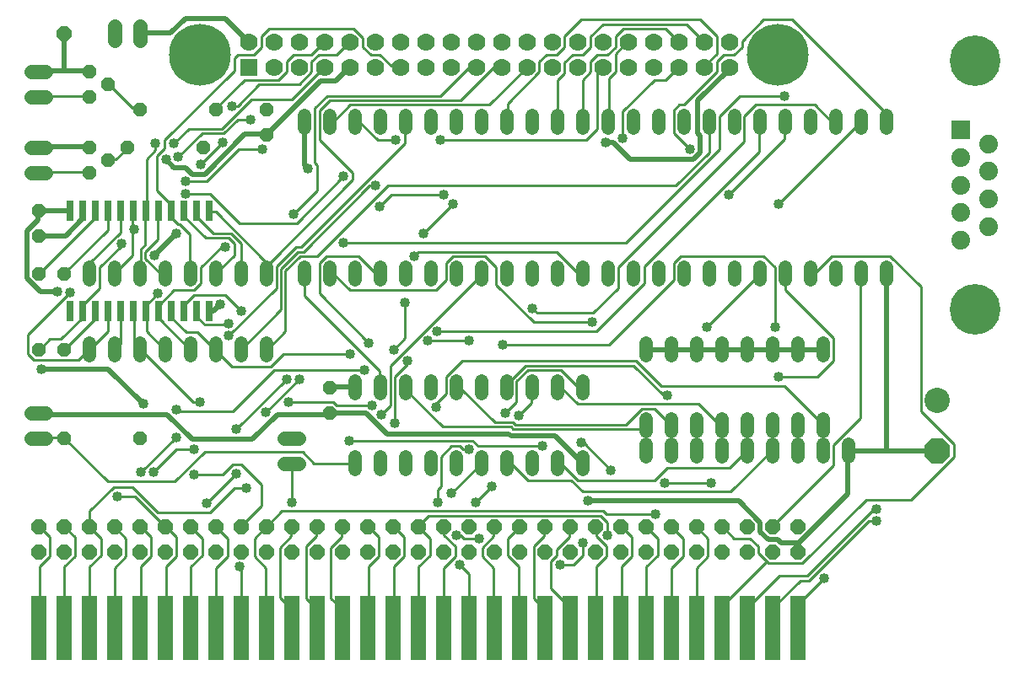
<source format=gtl>
G75*
%MOIN*%
%OFA0B0*%
%FSLAX24Y24*%
%IPPOS*%
%LPD*%
%AMOC8*
5,1,8,0,0,1.08239X$1,22.5*
%
%ADD10R,0.0600X0.2550*%
%ADD11OC8,0.0600*%
%ADD12R,0.0740X0.0740*%
%ADD13C,0.0740*%
%ADD14C,0.2000*%
%ADD15OC8,0.0520*%
%ADD16C,0.0520*%
%ADD17R,0.0700X0.0700*%
%ADD18C,0.0700*%
%ADD19C,0.2441*%
%ADD20R,0.0260X0.0800*%
%ADD21C,0.0560*%
%ADD22C,0.1000*%
%ADD23OC8,0.1000*%
%ADD24C,0.0100*%
%ADD25C,0.0400*%
%ADD26C,0.0200*%
D10*
X001680Y001900D03*
X002680Y001900D03*
X003680Y001900D03*
X004680Y001900D03*
X005680Y001900D03*
X006680Y001900D03*
X007680Y001900D03*
X008680Y001900D03*
X009680Y001900D03*
X010680Y001900D03*
X011680Y001900D03*
X012680Y001900D03*
X013680Y001900D03*
X014680Y001900D03*
X015680Y001900D03*
X016680Y001900D03*
X017680Y001900D03*
X018680Y001900D03*
X019680Y001900D03*
X020680Y001900D03*
X021680Y001900D03*
X022680Y001900D03*
X023680Y001900D03*
X024680Y001900D03*
X025680Y001900D03*
X026680Y001900D03*
X027680Y001900D03*
X028680Y001900D03*
X029680Y001900D03*
X030680Y001900D03*
X031680Y001900D03*
D11*
X031680Y004900D03*
X030680Y004900D03*
X029680Y004900D03*
X028680Y004900D03*
X027680Y004900D03*
X026680Y004900D03*
X025680Y004900D03*
X024680Y004900D03*
X023680Y004900D03*
X022680Y004900D03*
X021680Y004900D03*
X020680Y004900D03*
X019680Y004900D03*
X018680Y004900D03*
X017680Y004900D03*
X016680Y004900D03*
X015680Y004900D03*
X014680Y004900D03*
X013680Y004900D03*
X012680Y004900D03*
X011680Y004900D03*
X010680Y004900D03*
X009680Y004900D03*
X008680Y004900D03*
X007680Y004900D03*
X006680Y004900D03*
X005680Y004900D03*
X004680Y004900D03*
X003680Y004900D03*
X002680Y004900D03*
X001680Y004900D03*
X001680Y005900D03*
X002680Y005900D03*
X003680Y005900D03*
X004680Y005900D03*
X005680Y005900D03*
X006680Y005900D03*
X007680Y005900D03*
X008680Y005900D03*
X009680Y005900D03*
X010680Y005900D03*
X011680Y005900D03*
X012680Y005900D03*
X013680Y005900D03*
X014680Y005900D03*
X015680Y005900D03*
X016680Y005900D03*
X017680Y005900D03*
X018680Y005900D03*
X019680Y005900D03*
X020680Y005900D03*
X021680Y005900D03*
X022680Y005900D03*
X023680Y005900D03*
X024680Y005900D03*
X025680Y005900D03*
X026680Y005900D03*
X027680Y005900D03*
X028680Y005900D03*
X029680Y005900D03*
X030680Y005900D03*
X031680Y005900D03*
X002680Y025400D03*
D12*
X038121Y021581D03*
D13*
X039239Y021034D03*
X038121Y020491D03*
X039239Y019943D03*
X038121Y019400D03*
X039239Y018857D03*
X038121Y018309D03*
X039239Y017766D03*
X038121Y017219D03*
D14*
X038680Y014479D03*
X038680Y024321D03*
D15*
X013180Y011400D03*
X013180Y010400D03*
X005680Y009400D03*
X002680Y009400D03*
X002680Y012900D03*
X001680Y012900D03*
X001680Y015900D03*
X002680Y015900D03*
X001680Y017400D03*
X001680Y018400D03*
X003680Y019900D03*
X004430Y020400D03*
X003680Y020900D03*
X005180Y020900D03*
X005680Y022400D03*
X004430Y023400D03*
X003680Y023900D03*
X003680Y022900D03*
X008180Y020900D03*
X010680Y021400D03*
X010680Y022400D03*
X008680Y022400D03*
D16*
X012180Y022160D02*
X012180Y021640D01*
X013180Y021640D02*
X013180Y022160D01*
X014180Y022160D02*
X014180Y021640D01*
X015180Y021640D02*
X015180Y022160D01*
X016180Y022160D02*
X016180Y021640D01*
X017180Y021640D02*
X017180Y022160D01*
X018180Y022160D02*
X018180Y021640D01*
X019180Y021640D02*
X019180Y022160D01*
X020180Y022160D02*
X020180Y021640D01*
X021180Y021640D02*
X021180Y022160D01*
X022180Y022160D02*
X022180Y021640D01*
X023180Y021640D02*
X023180Y022160D01*
X024180Y022160D02*
X024180Y021640D01*
X025180Y021640D02*
X025180Y022160D01*
X026180Y022160D02*
X026180Y021640D01*
X027180Y021640D02*
X027180Y022160D01*
X028180Y022160D02*
X028180Y021640D01*
X029180Y021640D02*
X029180Y022160D01*
X030180Y022160D02*
X030180Y021640D01*
X031180Y021640D02*
X031180Y022160D01*
X032180Y022160D02*
X032180Y021640D01*
X033180Y021640D02*
X033180Y022160D01*
X034180Y022160D02*
X034180Y021640D01*
X035180Y021640D02*
X035180Y022160D01*
X035180Y016160D02*
X035180Y015640D01*
X034180Y015640D02*
X034180Y016160D01*
X033180Y016160D02*
X033180Y015640D01*
X032180Y015640D02*
X032180Y016160D01*
X031180Y016160D02*
X031180Y015640D01*
X030180Y015640D02*
X030180Y016160D01*
X029180Y016160D02*
X029180Y015640D01*
X028180Y015640D02*
X028180Y016160D01*
X027180Y016160D02*
X027180Y015640D01*
X026180Y015640D02*
X026180Y016160D01*
X025180Y016160D02*
X025180Y015640D01*
X024180Y015640D02*
X024180Y016160D01*
X023180Y016160D02*
X023180Y015640D01*
X022180Y015640D02*
X022180Y016160D01*
X021180Y016160D02*
X021180Y015640D01*
X020180Y015640D02*
X020180Y016160D01*
X019180Y016160D02*
X019180Y015640D01*
X018180Y015640D02*
X018180Y016160D01*
X017180Y016160D02*
X017180Y015640D01*
X016180Y015640D02*
X016180Y016160D01*
X015180Y016160D02*
X015180Y015640D01*
X014180Y015640D02*
X014180Y016160D01*
X013180Y016160D02*
X013180Y015640D01*
X012180Y015640D02*
X012180Y016160D01*
X010680Y016160D02*
X010680Y015640D01*
X009680Y015640D02*
X009680Y016160D01*
X008680Y016160D02*
X008680Y015640D01*
X007680Y015640D02*
X007680Y016160D01*
X006680Y016160D02*
X006680Y015640D01*
X005680Y015640D02*
X005680Y016160D01*
X004680Y016160D02*
X004680Y015640D01*
X003680Y015640D02*
X003680Y016160D01*
X003680Y013160D02*
X003680Y012640D01*
X004680Y012640D02*
X004680Y013160D01*
X005680Y013160D02*
X005680Y012640D01*
X006680Y012640D02*
X006680Y013160D01*
X007680Y013160D02*
X007680Y012640D01*
X008680Y012640D02*
X008680Y013160D01*
X009680Y013160D02*
X009680Y012640D01*
X010680Y012640D02*
X010680Y013160D01*
X014180Y011660D02*
X014180Y011140D01*
X015180Y011140D02*
X015180Y011660D01*
X016180Y011660D02*
X016180Y011140D01*
X017180Y011140D02*
X017180Y011660D01*
X018180Y011660D02*
X018180Y011140D01*
X019180Y011140D02*
X019180Y011660D01*
X020180Y011660D02*
X020180Y011140D01*
X021180Y011140D02*
X021180Y011660D01*
X022180Y011660D02*
X022180Y011140D01*
X023180Y011140D02*
X023180Y011660D01*
X025680Y012640D02*
X025680Y013160D01*
X026680Y013160D02*
X026680Y012640D01*
X027680Y012640D02*
X027680Y013160D01*
X028680Y013160D02*
X028680Y012640D01*
X029680Y012640D02*
X029680Y013160D01*
X030680Y013160D02*
X030680Y012640D01*
X031680Y012640D02*
X031680Y013160D01*
X032680Y013160D02*
X032680Y012640D01*
X032680Y010160D02*
X032680Y009640D01*
X032680Y009160D02*
X032680Y008640D01*
X031680Y008640D02*
X031680Y009160D01*
X031680Y009640D02*
X031680Y010160D01*
X030680Y010160D02*
X030680Y009640D01*
X030680Y009160D02*
X030680Y008640D01*
X029680Y008640D02*
X029680Y009160D01*
X029680Y009640D02*
X029680Y010160D01*
X028680Y010160D02*
X028680Y009640D01*
X028680Y009160D02*
X028680Y008640D01*
X027680Y008640D02*
X027680Y009160D01*
X027680Y009640D02*
X027680Y010160D01*
X026680Y010160D02*
X026680Y009640D01*
X026680Y009160D02*
X026680Y008640D01*
X025680Y008640D02*
X025680Y009160D01*
X025680Y009640D02*
X025680Y010160D01*
X023180Y008660D02*
X023180Y008140D01*
X022180Y008140D02*
X022180Y008660D01*
X021180Y008660D02*
X021180Y008140D01*
X020180Y008140D02*
X020180Y008660D01*
X019180Y008660D02*
X019180Y008140D01*
X018180Y008140D02*
X018180Y008660D01*
X017180Y008660D02*
X017180Y008140D01*
X016180Y008140D02*
X016180Y008660D01*
X015180Y008660D02*
X015180Y008140D01*
X014180Y008140D02*
X014180Y008660D01*
X033680Y008640D02*
X033680Y009160D01*
D17*
X009975Y024069D03*
D18*
X010975Y024069D03*
X011975Y024069D03*
X012975Y024069D03*
X013975Y024069D03*
X014975Y024069D03*
X015975Y024069D03*
X016975Y024069D03*
X017975Y024069D03*
X018975Y024069D03*
X019975Y024069D03*
X020975Y024069D03*
X021975Y024069D03*
X022975Y024069D03*
X023975Y024069D03*
X024975Y024069D03*
X025975Y024069D03*
X026975Y024069D03*
X027975Y024069D03*
X028975Y024069D03*
X028975Y025069D03*
X027975Y025069D03*
X026975Y025069D03*
X025975Y025069D03*
X024975Y025069D03*
X023975Y025069D03*
X022975Y025069D03*
X021975Y025069D03*
X020975Y025069D03*
X019975Y025069D03*
X018975Y025069D03*
X017975Y025069D03*
X016975Y025069D03*
X015975Y025069D03*
X014975Y025069D03*
X013975Y025069D03*
X012975Y025069D03*
X011975Y025069D03*
X010975Y025069D03*
X009975Y025069D03*
D19*
X008058Y024569D03*
X030893Y024569D03*
D20*
X008430Y018380D03*
X007930Y018380D03*
X007430Y018380D03*
X006930Y018380D03*
X006430Y018380D03*
X005930Y018380D03*
X005430Y018380D03*
X004930Y018380D03*
X004430Y018380D03*
X003930Y018380D03*
X003430Y018380D03*
X002930Y018380D03*
X002930Y014420D03*
X003430Y014420D03*
X003930Y014420D03*
X004430Y014420D03*
X004930Y014420D03*
X005430Y014420D03*
X005930Y014420D03*
X006430Y014420D03*
X006930Y014420D03*
X007430Y014420D03*
X007930Y014420D03*
X008430Y014420D03*
D21*
X001960Y010400D02*
X001400Y010400D01*
X001400Y009400D02*
X001960Y009400D01*
X011400Y009400D02*
X011960Y009400D01*
X011960Y008400D02*
X011400Y008400D01*
X001960Y019900D02*
X001400Y019900D01*
X001400Y020900D02*
X001960Y020900D01*
X001960Y022900D02*
X001400Y022900D01*
X001400Y023900D02*
X001960Y023900D01*
X004680Y025120D02*
X004680Y025680D01*
X005680Y025680D02*
X005680Y025120D01*
D22*
X037180Y010900D03*
D23*
X037180Y008900D03*
D24*
X037850Y008670D02*
X036140Y006960D01*
X034385Y006960D01*
X031865Y004440D01*
X030515Y004440D01*
X030448Y004508D01*
X028715Y002775D01*
X028715Y001920D01*
X028680Y001900D01*
X027680Y001900D02*
X027680Y004260D01*
X028130Y004710D01*
X028130Y005430D01*
X027680Y005880D01*
X027680Y005900D01*
X027140Y005430D02*
X026690Y005880D01*
X026680Y005900D01*
X027140Y005430D02*
X027140Y004710D01*
X026690Y004260D01*
X026690Y001920D01*
X026680Y001900D01*
X025700Y001920D02*
X025680Y001900D01*
X025700Y001920D02*
X025700Y004305D01*
X026150Y004755D01*
X026150Y005430D01*
X025680Y005900D01*
X026060Y006375D02*
X024125Y006375D01*
X023990Y006510D01*
X011300Y006510D01*
X010715Y005925D01*
X010680Y005900D01*
X010670Y005880D01*
X010220Y005430D01*
X010220Y004710D01*
X010670Y004260D01*
X010670Y001920D01*
X010680Y001900D01*
X011660Y001920D02*
X011660Y002640D01*
X011210Y003090D01*
X011210Y005070D01*
X011660Y005520D01*
X011660Y005880D01*
X011680Y005900D01*
X012245Y005115D02*
X012245Y003045D01*
X012650Y002640D01*
X012650Y001920D01*
X012680Y001900D01*
X013640Y001920D02*
X013640Y002640D01*
X013235Y003045D01*
X013235Y005070D01*
X013640Y005475D01*
X013640Y005880D01*
X013680Y005900D01*
X012680Y005900D02*
X012650Y005880D01*
X012650Y005520D01*
X012245Y005115D01*
X014680Y005900D02*
X014720Y005880D01*
X015125Y005475D01*
X015125Y004710D01*
X014720Y004305D01*
X014720Y001920D01*
X014680Y001900D01*
X013680Y001900D02*
X013640Y001920D01*
X015680Y001900D02*
X015710Y001920D01*
X015710Y004305D01*
X016115Y004710D01*
X016115Y005475D01*
X015710Y005880D01*
X015680Y005900D01*
X016680Y005900D02*
X017150Y005430D01*
X017150Y004755D01*
X016700Y004305D01*
X016700Y001920D01*
X016680Y001900D01*
X017680Y001900D02*
X017690Y001920D01*
X017690Y004260D01*
X018140Y004710D01*
X018140Y005115D01*
X017690Y005565D01*
X017690Y005880D01*
X017680Y005900D01*
X018185Y005565D02*
X018365Y005565D01*
X018500Y005430D01*
X019085Y005430D01*
X019220Y005070D02*
X019670Y005520D01*
X019670Y005880D01*
X019680Y005900D01*
X020210Y005430D02*
X020680Y005900D01*
X020210Y005430D02*
X020210Y004755D01*
X020660Y004305D01*
X020660Y001920D01*
X020680Y001900D01*
X019680Y001900D02*
X019670Y001920D01*
X019670Y004260D01*
X019220Y004710D01*
X019220Y005070D01*
X018320Y004395D02*
X018680Y004035D01*
X018680Y001900D01*
X021245Y003045D02*
X021650Y002640D01*
X021650Y001920D01*
X021680Y001900D01*
X022640Y001920D02*
X022680Y001900D01*
X022640Y001920D02*
X022640Y002730D01*
X021920Y003450D01*
X021920Y004530D01*
X022145Y004755D01*
X022145Y004980D01*
X022640Y005475D01*
X022640Y005880D01*
X022680Y005900D01*
X021680Y005900D02*
X021650Y005880D01*
X021650Y005520D01*
X021245Y005115D01*
X021245Y003045D01*
X022280Y004395D02*
X022820Y004395D01*
X023180Y004755D01*
X023180Y005250D01*
X023720Y005520D02*
X023720Y005880D01*
X023680Y005900D01*
X023900Y006330D02*
X017105Y006330D01*
X016700Y005925D01*
X016680Y005900D01*
X017465Y006870D02*
X017465Y007365D01*
X017600Y007500D01*
X017600Y008670D01*
X018005Y009075D01*
X018320Y009075D01*
X018455Y008940D01*
X018680Y008940D01*
X018815Y009300D02*
X013955Y009300D01*
X014180Y008400D02*
X012560Y008400D01*
X012110Y008850D01*
X008240Y008850D01*
X007070Y007680D01*
X004415Y007680D01*
X002705Y009390D01*
X002680Y009400D01*
X002660Y009435D01*
X001715Y009435D01*
X001680Y009400D01*
X003695Y006510D02*
X004640Y007455D01*
X005405Y007455D01*
X006395Y006465D01*
X008465Y006465D01*
X009410Y007410D01*
X009905Y007410D01*
X010490Y007545D02*
X010490Y006735D01*
X009680Y005925D01*
X009680Y005900D01*
X009140Y005430D02*
X008690Y005880D01*
X008680Y005900D01*
X009140Y005430D02*
X009140Y004710D01*
X008690Y004260D01*
X008690Y001920D01*
X008680Y001900D01*
X007700Y001920D02*
X007680Y001900D01*
X007700Y001920D02*
X007700Y004305D01*
X008150Y004755D01*
X008150Y005430D01*
X007680Y005900D01*
X007115Y005475D02*
X006710Y005880D01*
X006680Y005900D01*
X006665Y005925D01*
X005495Y007095D01*
X004775Y007095D01*
X003695Y006510D02*
X003695Y005925D01*
X003680Y005900D01*
X003695Y005880D01*
X004145Y005430D01*
X004145Y004755D01*
X003695Y004305D01*
X003695Y001920D01*
X003680Y001900D01*
X002705Y001920D02*
X002680Y001900D01*
X002705Y001920D02*
X002705Y004305D01*
X003110Y004710D01*
X003110Y005475D01*
X002705Y005880D01*
X002680Y005900D01*
X002120Y005475D02*
X001715Y005880D01*
X001680Y005900D01*
X002120Y005475D02*
X002120Y004710D01*
X001715Y004305D01*
X001715Y001920D01*
X001680Y001900D01*
X004680Y001900D02*
X004685Y001920D01*
X004685Y004260D01*
X005135Y004710D01*
X005135Y005430D01*
X004685Y005880D01*
X004680Y005900D01*
X005680Y005900D02*
X005720Y005880D01*
X006125Y005475D01*
X006125Y004710D01*
X005720Y004305D01*
X005720Y001920D01*
X005680Y001900D01*
X006680Y001900D02*
X006710Y001920D01*
X006710Y004305D01*
X007115Y004710D01*
X007115Y005475D01*
X008330Y006825D02*
X009500Y007995D01*
X009365Y008355D02*
X009680Y008355D01*
X010490Y007545D01*
X009365Y008355D02*
X008960Y007950D01*
X007835Y007950D01*
X007835Y008940D02*
X007115Y008940D01*
X006215Y008040D01*
X005720Y008040D02*
X007115Y009435D01*
X007160Y010470D02*
X007115Y010515D01*
X007160Y010470D02*
X009365Y010470D01*
X010985Y012090D01*
X014540Y012090D01*
X015170Y012045D02*
X015170Y011415D01*
X015180Y011400D01*
X015755Y011820D02*
X015755Y009975D01*
X015215Y010335D02*
X015575Y010695D01*
X015575Y012270D01*
X019175Y015870D01*
X019180Y015900D01*
X019760Y016140D02*
X019760Y015465D01*
X021245Y013980D01*
X023540Y013980D01*
X023585Y014340D02*
X021380Y014340D01*
X021200Y014520D01*
X020030Y013080D02*
X024215Y013080D01*
X026780Y015645D01*
X026780Y016320D01*
X027050Y016590D01*
X030335Y016590D01*
X030785Y016140D01*
X030785Y013800D01*
X031190Y015240D02*
X033080Y013350D01*
X033080Y012450D01*
X032450Y011820D01*
X030920Y011820D01*
X031145Y011460D02*
X032675Y009930D01*
X032680Y009900D01*
X032675Y009885D01*
X032675Y008940D01*
X032680Y008900D01*
X033080Y009120D02*
X033080Y008310D01*
X030695Y005925D01*
X030680Y005900D01*
X030110Y005115D02*
X029795Y005430D01*
X029165Y005430D01*
X028715Y005880D01*
X028680Y005900D01*
X030110Y005115D02*
X030110Y004845D01*
X030448Y004508D01*
X030965Y003945D02*
X032045Y003945D01*
X034700Y006600D01*
X034790Y006600D01*
X034790Y006105D02*
X034475Y006105D01*
X032135Y003765D01*
X031775Y003765D01*
X030695Y002685D01*
X030695Y001920D01*
X030680Y001900D01*
X031680Y001900D02*
X031685Y001920D01*
X031685Y002820D01*
X032720Y003855D01*
X030965Y003945D02*
X029705Y002685D01*
X029705Y001920D01*
X029680Y001900D01*
X025115Y004710D02*
X025115Y005475D01*
X024710Y005880D01*
X024680Y005900D01*
X024170Y006060D02*
X023900Y006330D01*
X024170Y006060D02*
X024170Y005565D01*
X023720Y005520D02*
X024125Y005115D01*
X024125Y004710D01*
X023720Y004305D01*
X023720Y001920D01*
X023680Y001900D01*
X024680Y001900D02*
X024710Y001920D01*
X024710Y004305D01*
X025115Y004710D01*
X023180Y007275D02*
X029030Y007275D01*
X030650Y008895D01*
X030680Y008900D01*
X030695Y008940D01*
X030695Y009885D01*
X030680Y009900D01*
X031680Y009900D02*
X031685Y009885D01*
X031685Y008940D01*
X031680Y008900D01*
X033080Y009120D02*
X034160Y010200D01*
X034160Y015870D01*
X034180Y015900D01*
X033035Y016590D02*
X035330Y016590D01*
X036545Y015375D01*
X036545Y010470D01*
X037850Y009165D01*
X037850Y008670D01*
X031145Y011460D02*
X026285Y011460D01*
X025295Y012450D01*
X018410Y012450D01*
X017780Y011820D01*
X017780Y011145D01*
X017375Y010740D01*
X017375Y010605D01*
X017645Y009840D02*
X020345Y009840D01*
X020435Y009750D01*
X025655Y009750D01*
X025680Y009900D01*
X025700Y009885D01*
X025700Y008940D01*
X025680Y008900D01*
X026680Y008900D02*
X026690Y008940D01*
X026690Y009885D01*
X026680Y009900D01*
X026645Y009930D01*
X026015Y010560D01*
X025520Y010560D01*
X024890Y009930D01*
X020525Y009930D01*
X020435Y010020D01*
X019715Y010020D01*
X018365Y011370D01*
X018185Y011370D01*
X018180Y011400D01*
X020180Y011400D02*
X020210Y011415D01*
X020210Y011550D01*
X020930Y012270D01*
X025205Y012270D01*
X026375Y011100D01*
X026510Y011100D01*
X027770Y010740D02*
X028625Y009885D01*
X028680Y009900D01*
X028670Y009885D01*
X028670Y008940D01*
X028680Y008900D01*
X028985Y008220D02*
X029660Y008895D01*
X029680Y008900D01*
X029705Y008940D01*
X029705Y009885D01*
X029680Y009900D01*
X027680Y009900D02*
X027680Y008900D01*
X026510Y008220D02*
X028985Y008220D01*
X028265Y007635D02*
X026420Y007635D01*
X026015Y007725D02*
X026510Y008220D01*
X026015Y007725D02*
X023000Y007725D01*
X022325Y008400D01*
X022180Y008400D01*
X022730Y007725D02*
X023180Y007275D01*
X022730Y007725D02*
X021020Y007725D01*
X020345Y008400D01*
X020180Y008400D01*
X019180Y008400D02*
X019175Y008400D01*
X018005Y007230D01*
X018950Y006870D02*
X019580Y007500D01*
X019040Y009075D02*
X018815Y009300D01*
X019040Y009075D02*
X021605Y009075D01*
X023135Y009210D02*
X023225Y009210D01*
X024305Y008130D01*
X021155Y010785D02*
X020660Y010290D01*
X020120Y010380D02*
X020570Y010830D01*
X020570Y011640D01*
X021020Y012090D01*
X022325Y012090D01*
X023000Y011415D01*
X023180Y011415D01*
X023180Y011400D01*
X023000Y010740D02*
X027770Y010740D01*
X023000Y010740D02*
X022370Y011370D01*
X022190Y011370D01*
X022180Y011400D01*
X021180Y011400D02*
X021155Y011370D01*
X021155Y010785D01*
X017645Y009840D02*
X016205Y011280D01*
X016205Y011370D01*
X016180Y011400D01*
X015755Y011820D02*
X016250Y012315D01*
X016250Y012450D01*
X015710Y012900D02*
X016160Y013350D01*
X016160Y014745D01*
X017375Y015240D02*
X017780Y015645D01*
X017780Y016320D01*
X018050Y016590D01*
X019310Y016590D01*
X019760Y016140D01*
X017375Y015240D02*
X014000Y015240D01*
X013370Y015870D01*
X013190Y015870D01*
X013180Y015900D01*
X012785Y016320D02*
X012785Y015105D01*
X014720Y013170D01*
X014000Y012720D02*
X011345Y012720D01*
X010850Y012225D01*
X009320Y012225D01*
X008690Y012855D01*
X008680Y012900D01*
X008645Y012900D01*
X007970Y013575D01*
X007520Y013575D01*
X006935Y014160D01*
X006935Y014385D01*
X006930Y014420D01*
X006440Y014430D02*
X006440Y014655D01*
X007025Y015240D01*
X007835Y015240D01*
X008105Y015510D01*
X008105Y016140D01*
X008915Y016950D01*
X009050Y016950D01*
X009410Y017085D02*
X009410Y016635D01*
X008690Y015915D01*
X008680Y015900D01*
X007680Y015900D02*
X007655Y015915D01*
X007655Y017445D01*
X007250Y017850D01*
X007205Y017850D01*
X006935Y018120D01*
X006935Y018345D01*
X006930Y018380D01*
X006890Y018390D01*
X006890Y018660D01*
X006350Y019200D01*
X006350Y020550D01*
X006665Y020865D01*
X006665Y021180D01*
X009410Y023925D01*
X009410Y024420D01*
X009545Y024555D01*
X010175Y024555D01*
X010490Y024870D01*
X010490Y025275D01*
X010805Y025590D01*
X014135Y025590D01*
X014495Y025230D01*
X014495Y024870D01*
X014810Y024555D01*
X015170Y024555D01*
X015620Y024105D01*
X015935Y024105D01*
X015975Y024069D01*
X017555Y022935D02*
X013100Y022935D01*
X012605Y022440D01*
X012605Y020280D01*
X012695Y020190D01*
X012695Y019200D01*
X011750Y018255D01*
X011885Y017895D02*
X009635Y017895D01*
X008465Y019065D01*
X007475Y019065D01*
X007475Y019560D02*
X008330Y019560D01*
X009590Y020820D01*
X010535Y020820D01*
X010040Y021990D02*
X009545Y021990D01*
X009005Y021450D01*
X008150Y021450D01*
X007205Y020505D01*
X007025Y021045D02*
X007610Y021630D01*
X008915Y021630D01*
X010085Y022800D01*
X011705Y022800D01*
X012965Y024060D01*
X012975Y024069D01*
X012470Y023880D02*
X012470Y024285D01*
X012740Y024555D01*
X013460Y024555D01*
X013955Y025050D01*
X013975Y025069D01*
X012975Y025069D02*
X012965Y025050D01*
X012470Y024555D01*
X011750Y024555D01*
X011480Y024285D01*
X011480Y023880D01*
X011165Y023565D01*
X009815Y023565D01*
X008690Y022440D01*
X008680Y022400D01*
X009320Y022530D02*
X009545Y022530D01*
X010400Y023385D01*
X011975Y023385D01*
X012470Y023880D01*
X013190Y022755D02*
X012785Y022350D01*
X012785Y021180D01*
X014090Y019875D01*
X014090Y019605D01*
X010850Y016365D01*
X010715Y016365D01*
X010680Y015900D01*
X010670Y015915D01*
X010670Y016365D01*
X008690Y018345D01*
X008465Y018345D01*
X008430Y018380D01*
X007970Y018345D02*
X007970Y018120D01*
X008600Y017490D01*
X009275Y017490D01*
X009680Y017085D01*
X009680Y015900D01*
X009050Y015060D02*
X009680Y014430D01*
X009185Y013935D02*
X009140Y013890D01*
X008240Y013890D01*
X007970Y014160D01*
X007970Y014385D01*
X007930Y014420D01*
X007430Y014420D02*
X007430Y014655D01*
X007835Y015060D01*
X009050Y015060D01*
X009185Y013440D02*
X011075Y015330D01*
X011075Y016185D01*
X011840Y016950D01*
X012065Y016950D01*
X016160Y021045D01*
X016160Y021900D01*
X016180Y021900D01*
X015800Y021180D02*
X015080Y021180D01*
X014360Y021900D01*
X014180Y021900D01*
X014000Y022575D02*
X019490Y022575D01*
X020975Y024060D01*
X020975Y024069D01*
X021470Y023880D02*
X021470Y024285D01*
X021740Y024555D01*
X022145Y024555D01*
X022460Y024870D01*
X022460Y025275D01*
X023135Y025950D01*
X027815Y025950D01*
X028490Y025275D01*
X028490Y024600D01*
X027995Y024105D01*
X027975Y024069D01*
X028490Y023880D02*
X027185Y022575D01*
X027005Y022575D01*
X026780Y022350D01*
X026780Y021450D01*
X027410Y020820D01*
X028175Y020685D02*
X026870Y019380D01*
X015485Y019380D01*
X012695Y016590D01*
X012020Y016590D01*
X011435Y016005D01*
X011435Y013620D01*
X010715Y012900D01*
X010680Y012900D01*
X009680Y012900D02*
X011255Y014475D01*
X011255Y016095D01*
X011930Y016770D01*
X012155Y016770D01*
X014765Y019380D01*
X014990Y019380D01*
X015620Y019020D02*
X015170Y018570D01*
X015620Y019020D02*
X017690Y019020D01*
X018050Y018660D02*
X016880Y017490D01*
X016700Y016770D02*
X016520Y016590D01*
X016700Y016770D02*
X022145Y016770D01*
X023000Y015915D01*
X023180Y015915D01*
X023180Y015900D01*
X024575Y016140D02*
X024575Y015330D01*
X023585Y014340D01*
X023720Y013620D02*
X017420Y013620D01*
X017060Y013260D02*
X018680Y013260D01*
X015170Y012045D02*
X012200Y015015D01*
X012200Y015870D01*
X012180Y015900D01*
X012785Y016320D02*
X013055Y016590D01*
X014315Y016590D01*
X014990Y015915D01*
X015170Y015915D01*
X015180Y015900D01*
X013730Y017130D02*
X024890Y017130D01*
X028580Y020820D01*
X028580Y022125D01*
X029390Y022935D01*
X031145Y022935D01*
X030020Y022575D02*
X032360Y022575D01*
X033035Y021900D01*
X033180Y021900D01*
X034160Y021900D02*
X034180Y021900D01*
X034160Y021900D02*
X030920Y018660D01*
X028940Y019020D02*
X031145Y021225D01*
X031145Y021900D01*
X031180Y021900D01*
X030180Y021900D02*
X030155Y021900D01*
X030155Y020730D01*
X025610Y016185D01*
X025610Y015510D01*
X023720Y013620D01*
X024575Y016140D02*
X029570Y021135D01*
X029570Y022125D01*
X030020Y022575D01*
X028180Y021900D02*
X028175Y021900D01*
X028175Y020685D01*
X024755Y021270D02*
X024755Y022305D01*
X026015Y023565D01*
X026465Y023565D01*
X026960Y024060D01*
X026975Y024069D01*
X026975Y025069D02*
X026960Y025095D01*
X026465Y025590D01*
X024800Y025590D01*
X024485Y025275D01*
X024485Y024870D01*
X024170Y024555D01*
X023765Y024555D01*
X023495Y024285D01*
X023495Y023880D01*
X023180Y023565D01*
X023180Y021900D01*
X023765Y021630D02*
X023765Y023880D01*
X023945Y024060D01*
X023975Y024069D01*
X024215Y023610D02*
X024485Y023880D01*
X024485Y024600D01*
X024935Y025050D01*
X024975Y025069D01*
X023990Y025770D02*
X027275Y025770D01*
X027950Y025095D01*
X027975Y025069D01*
X028490Y024285D02*
X028760Y024555D01*
X029165Y024555D01*
X029480Y024870D01*
X029480Y025095D01*
X030335Y025950D01*
X031460Y025950D01*
X035150Y022260D01*
X035150Y021900D01*
X035180Y021900D01*
X028490Y023880D02*
X028490Y024285D01*
X024215Y023610D02*
X024215Y021900D01*
X024180Y021900D01*
X023765Y021630D02*
X023315Y021180D01*
X017555Y021180D01*
X018365Y022755D02*
X013190Y022755D01*
X014000Y022575D02*
X013325Y021900D01*
X013180Y021900D01*
X013730Y019740D02*
X011885Y017895D01*
X009410Y017085D02*
X009185Y017310D01*
X008285Y017310D01*
X007430Y018165D01*
X007430Y018380D01*
X007930Y018380D02*
X007970Y018345D01*
X006430Y018380D02*
X006395Y018345D01*
X006395Y017265D01*
X005900Y016770D01*
X005900Y016500D01*
X006485Y015915D01*
X006665Y015915D01*
X006680Y015900D01*
X005720Y015915D02*
X005680Y015900D01*
X005720Y015915D02*
X005720Y016860D01*
X005900Y017040D01*
X005900Y018345D01*
X005930Y018380D01*
X005945Y018390D01*
X005945Y020415D01*
X006305Y020775D01*
X006305Y021045D01*
X005180Y020900D02*
X005180Y020865D01*
X004730Y020415D01*
X004460Y020415D01*
X004430Y020400D01*
X003680Y019900D02*
X003650Y019920D01*
X001715Y019920D01*
X001680Y019900D01*
X003930Y018380D02*
X003920Y018345D01*
X003920Y018120D01*
X001715Y015915D01*
X001680Y015900D01*
X002680Y015900D02*
X002705Y015915D01*
X004415Y017625D01*
X004415Y018345D01*
X004430Y018380D01*
X004910Y018345D02*
X004930Y018380D01*
X004910Y018345D02*
X004910Y017535D01*
X003695Y016320D01*
X003695Y015915D01*
X003680Y015900D01*
X004100Y016140D02*
X004100Y015330D01*
X003470Y014700D01*
X003470Y014430D01*
X003430Y014420D01*
X003425Y014385D01*
X003425Y014160D01*
X002570Y013305D01*
X002120Y013305D01*
X001715Y012900D01*
X001680Y012900D01*
X001490Y012495D02*
X001265Y012720D01*
X001265Y013485D01*
X002930Y015150D01*
X003930Y014420D02*
X003920Y014385D01*
X003920Y014115D01*
X002705Y012900D01*
X002680Y012900D01*
X003245Y012495D02*
X001490Y012495D01*
X003245Y012495D02*
X003650Y012900D01*
X003680Y012900D01*
X003695Y012900D01*
X004415Y013620D01*
X004415Y014385D01*
X004430Y014420D01*
X004910Y014385D02*
X004930Y014420D01*
X004910Y014385D02*
X004910Y013125D01*
X004685Y012900D01*
X004680Y012900D01*
X005450Y013125D02*
X005675Y012900D01*
X005680Y012900D01*
X005720Y012900D01*
X007790Y010830D01*
X008060Y010830D01*
X009500Y009750D02*
X011480Y011730D01*
X011975Y011730D02*
X010670Y010425D01*
X011570Y010830D02*
X013325Y010830D01*
X013460Y010695D01*
X014855Y010695D01*
X011705Y008400D02*
X011680Y008400D01*
X011705Y008400D02*
X011705Y006870D01*
X009635Y004305D02*
X009680Y004260D01*
X009680Y001900D01*
X011660Y001920D02*
X011680Y001900D01*
X007680Y012900D02*
X007655Y012900D01*
X006440Y014115D01*
X006440Y014385D01*
X006430Y014420D01*
X006440Y014430D01*
X005945Y014430D02*
X005945Y014655D01*
X006395Y015105D01*
X005945Y014430D02*
X005930Y014420D01*
X005945Y014385D01*
X005945Y013620D01*
X006665Y012900D01*
X006680Y012900D01*
X005450Y013125D02*
X005450Y014385D01*
X005430Y014420D01*
X004680Y015900D02*
X004685Y015915D01*
X005405Y016635D01*
X005405Y017670D01*
X005450Y017670D01*
X005405Y017670D02*
X005405Y018345D01*
X005430Y018380D01*
X004955Y017085D02*
X004955Y016995D01*
X004100Y016140D01*
X008105Y020235D02*
X008960Y021090D01*
X005680Y022400D02*
X005675Y022440D01*
X005405Y022440D01*
X004460Y023385D01*
X004430Y023400D01*
X003680Y022900D02*
X003650Y022935D01*
X001715Y022935D01*
X001680Y022900D01*
X017555Y022935D02*
X018680Y024060D01*
X018950Y024060D01*
X018975Y024069D01*
X019670Y024060D02*
X018365Y022755D01*
X020210Y022620D02*
X020210Y021900D01*
X020180Y021900D01*
X020210Y022620D02*
X021470Y023880D01*
X022190Y023565D02*
X022460Y023835D01*
X022460Y024240D01*
X022775Y024555D01*
X023180Y024555D01*
X023495Y024870D01*
X023495Y025275D01*
X023990Y025770D01*
X022190Y023565D02*
X022190Y021900D01*
X022180Y021900D01*
X019975Y024069D02*
X019940Y024060D01*
X019670Y024060D01*
X032360Y015915D02*
X033035Y016590D01*
X032360Y015915D02*
X032180Y015915D01*
X032180Y015900D01*
X031190Y015870D02*
X031190Y015240D01*
X031190Y015870D02*
X031180Y015900D01*
X030180Y015900D02*
X030155Y015870D01*
X028085Y013800D01*
D25*
X028085Y013800D03*
X030785Y013800D03*
X030920Y011820D03*
X026510Y011100D03*
X023135Y009210D03*
X021605Y009075D03*
X020660Y010290D03*
X020120Y010380D03*
X018680Y008940D03*
X019580Y007500D03*
X018950Y006870D03*
X018005Y007230D03*
X017465Y006870D03*
X018185Y005565D03*
X019085Y005430D03*
X018320Y004395D03*
X022280Y004395D03*
X023180Y005250D03*
X024170Y005565D03*
X026060Y006375D03*
X026420Y007635D03*
X028265Y007635D03*
X024305Y008130D03*
X023405Y006915D03*
X017375Y010605D03*
X015755Y009975D03*
X015215Y010335D03*
X014855Y010695D03*
X014540Y012090D03*
X014000Y012720D03*
X014720Y013170D03*
X015710Y012900D03*
X016250Y012450D03*
X017060Y013260D03*
X017420Y013620D03*
X018680Y013260D03*
X020030Y013080D03*
X021200Y014520D03*
X023540Y013980D03*
X016880Y017490D03*
X016520Y016590D03*
X013730Y017130D03*
X011750Y018255D03*
X013730Y019740D03*
X014990Y019380D03*
X015170Y018570D03*
X017690Y019020D03*
X018050Y018660D03*
X017555Y021180D03*
X015800Y021180D03*
X012335Y020055D03*
X010535Y020820D03*
X010040Y021990D03*
X009320Y022530D03*
X008960Y021090D03*
X008105Y020235D03*
X007205Y020505D03*
X006710Y020415D03*
X007025Y021045D03*
X006305Y021045D03*
X007475Y019560D03*
X007475Y019065D03*
X005450Y017670D03*
X004955Y017085D03*
X006260Y016635D03*
X007115Y017490D03*
X009050Y016950D03*
X006395Y015105D03*
X008870Y014700D03*
X009680Y014430D03*
X009185Y013935D03*
X009185Y013440D03*
X011480Y011730D03*
X011975Y011730D03*
X011570Y010830D03*
X010670Y010425D03*
X009500Y009750D03*
X008060Y010830D03*
X007115Y010515D03*
X005810Y010740D03*
X007115Y009435D03*
X007835Y008940D03*
X007835Y007950D03*
X008330Y006825D03*
X009905Y007410D03*
X009500Y007995D03*
X011705Y006870D03*
X009635Y004305D03*
X004775Y007095D03*
X005720Y008040D03*
X006215Y008040D03*
X001805Y012135D03*
X002930Y015150D03*
X002435Y015195D03*
X013955Y009300D03*
X016160Y014745D03*
X024080Y021090D03*
X024755Y021270D03*
X027410Y020820D03*
X028940Y019020D03*
X030920Y018660D03*
X031145Y022935D03*
X034790Y006600D03*
X034790Y006105D03*
X032720Y003855D03*
D26*
X031680Y004900D02*
X031685Y004935D01*
X031685Y005205D01*
X031595Y005250D01*
X031010Y005250D01*
X030875Y005385D01*
X030515Y005385D01*
X030200Y005700D01*
X030200Y006060D01*
X029345Y006915D01*
X023405Y006915D01*
X023180Y008400D02*
X022100Y009480D01*
X020345Y009480D01*
X020255Y009570D01*
X015440Y009570D01*
X014630Y010380D01*
X013190Y010380D01*
X013180Y010400D01*
X013100Y010335D01*
X011120Y010335D01*
X010130Y009345D01*
X007745Y009345D01*
X006755Y010335D01*
X001760Y010335D01*
X001715Y010380D01*
X001680Y010400D01*
X001805Y012135D02*
X004415Y012135D01*
X005810Y010740D01*
X008430Y014420D02*
X008465Y014430D01*
X008600Y014430D01*
X008870Y014700D01*
X006260Y016635D02*
X007115Y017490D01*
X003425Y018075D02*
X002750Y017400D01*
X001680Y017400D01*
X001220Y017580D02*
X001220Y015735D01*
X001760Y015195D01*
X002435Y015195D01*
X001220Y017580D02*
X001670Y018030D01*
X001670Y018300D01*
X001680Y018400D01*
X001715Y018390D01*
X002930Y018390D01*
X002930Y018380D01*
X003425Y018345D02*
X003425Y018075D01*
X003425Y018345D02*
X003430Y018380D01*
X006710Y020415D02*
X007025Y020100D01*
X007475Y020100D01*
X007745Y019830D01*
X008240Y019830D01*
X009815Y021405D01*
X010580Y021405D01*
X010680Y021400D01*
X010715Y021405D01*
X012830Y023520D01*
X013415Y023520D01*
X013955Y024060D01*
X013975Y024069D01*
X012200Y021900D02*
X012180Y021900D01*
X012200Y021900D02*
X012200Y020190D01*
X012335Y020055D01*
X009975Y025069D02*
X009950Y025095D01*
X009050Y025995D01*
X007475Y025995D01*
X006890Y025410D01*
X005720Y025410D01*
X005680Y025400D01*
X003680Y023900D02*
X003650Y023925D01*
X002705Y023925D01*
X002705Y025365D01*
X002680Y025400D01*
X002705Y023925D02*
X001715Y023925D01*
X001680Y023900D01*
X001715Y020910D02*
X001680Y020900D01*
X001715Y020910D02*
X003650Y020910D01*
X003680Y020900D01*
X013190Y011415D02*
X013180Y011400D01*
X013190Y011415D02*
X014180Y011415D01*
X014180Y011400D01*
X025680Y012900D02*
X026680Y012900D01*
X027680Y012900D01*
X028680Y012900D01*
X029680Y012900D01*
X030680Y012900D01*
X031680Y012900D01*
X032680Y012900D01*
X035195Y015870D02*
X035180Y015900D01*
X035195Y015870D02*
X035195Y008895D01*
X033710Y008895D01*
X033680Y008900D01*
X033665Y008805D01*
X033665Y007185D01*
X031685Y005205D01*
X035195Y008895D02*
X037175Y008895D01*
X037180Y008900D01*
X027545Y020415D02*
X025070Y020415D01*
X024395Y021090D01*
X024080Y021090D01*
X027545Y020415D02*
X027815Y020685D01*
X027815Y021360D01*
X027725Y021450D01*
X027725Y022755D01*
X028940Y023970D01*
X028940Y024060D01*
X028975Y024069D01*
M02*

</source>
